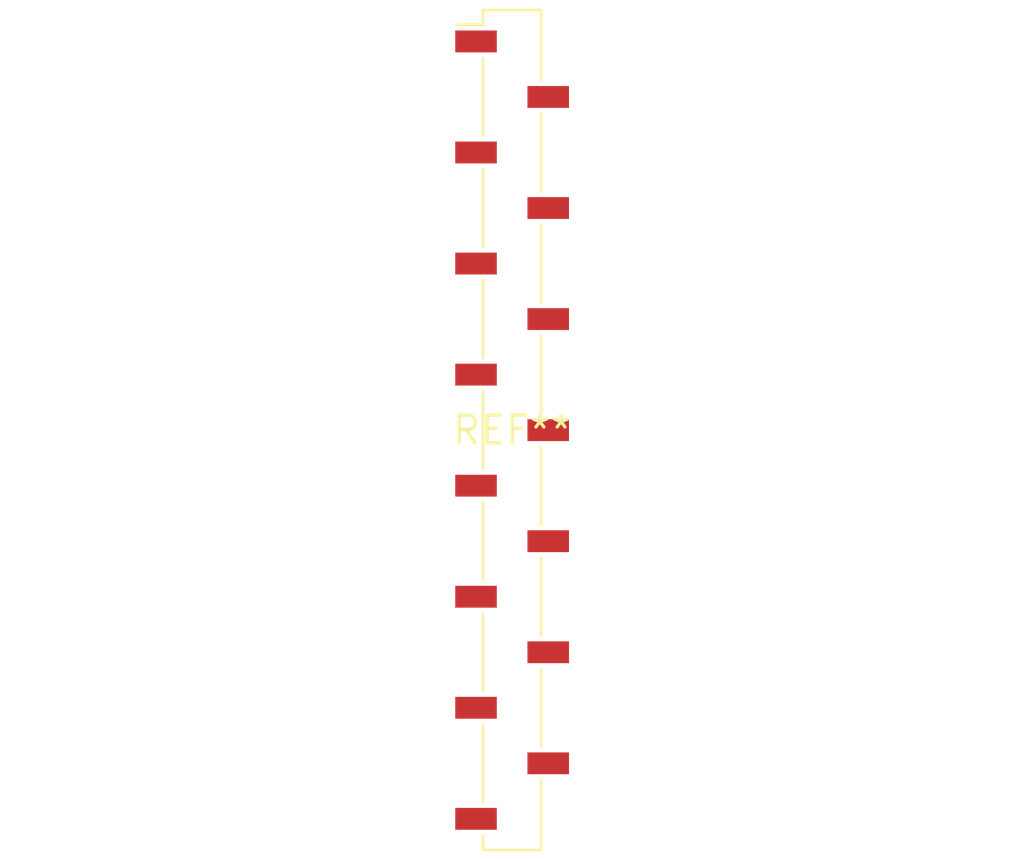
<source format=kicad_pcb>
(kicad_pcb (version 20240108) (generator pcbnew)
  (layers (0 "F.Cu" signal) (31 "B.Cu" signal) (34 "B.Paste" user) (35 "F.Paste" user) (36 "B.SilkS" user "B.Silkscreen") (37 "F.SilkS" user "F.Silkscreen") (38 "B.Mask" user) (39 "F.Mask" user) (44 "Edge.Cuts" user))
  (net 0 "")
  (footprint "PinSocket_1x15_P2.54mm_Vertical_SMD_Pin1Left" (layer "F.Cu") (at 0 0)
    (property "Reference" "REF**")
    (property "Value" "PinSocket_1x15_P2.54mm_Vertical_SMD_Pin1Left")
    (fp_line (start -2.54 -18.54) (end -1.33 -18.54) (layer "F.SilkS") (stroke (width 0.12)))
    (fp_line (start -1.33 -19.21) (end -1.33 -18.54) (layer "F.SilkS") (stroke (width 0.12)))
    (fp_line (start -1.33 -19.21) (end 1.33 -19.21) (layer "F.SilkS") (stroke (width 0.12)))
    (fp_line (start -1.33 -17.02) (end -1.33 -13.46) (layer "F.SilkS") (stroke (width 0.12)))
    (fp_line (start -1.33 -11.94) (end -1.33 -8.38) (layer "F.SilkS") (stroke (width 0.12)))
    (fp_line (start -1.33 -6.86) (end -1.33 -3.3) (layer "F.SilkS") (stroke (width 0.12)))
    (fp_line (start -1.33 -1.78) (end -1.33 1.78) (layer "F.SilkS") (stroke (width 0.12)))
    (fp_line (start -1.33 3.3) (end -1.33 6.86) (layer "F.SilkS") (stroke (width 0.12)))
    (fp_line (start -1.33 8.38) (end -1.33 11.94) (layer "F.SilkS") (stroke (width 0.12)))
    (fp_line (start -1.33 13.46) (end -1.33 17.02) (layer "F.SilkS") (stroke (width 0.12)))
    (fp_line (start -1.33 18.54) (end -1.33 19.21) (layer "F.SilkS") (stroke (width 0.12)))
    (fp_line (start -1.33 19.21) (end 1.33 19.21) (layer "F.SilkS") (stroke (width 0.12)))
    (fp_line (start 1.33 -19.21) (end 1.33 -16) (layer "F.SilkS") (stroke (width 0.12)))
    (fp_line (start 1.33 -14.48) (end 1.33 -10.92) (layer "F.SilkS") (stroke (width 0.12)))
    (fp_line (start 1.33 -9.4) (end 1.33 -5.84) (layer "F.SilkS") (stroke (width 0.12)))
    (fp_line (start 1.33 -4.32) (end 1.33 -0.76) (layer "F.SilkS") (stroke (width 0.12)))
    (fp_line (start 1.33 0.76) (end 1.33 4.32) (layer "F.SilkS") (stroke (width 0.12)))
    (fp_line (start 1.33 5.84) (end 1.33 9.4) (layer "F.SilkS") (stroke (width 0.12)))
    (fp_line (start 1.33 10.92) (end 1.33 14.48) (layer "F.SilkS") (stroke (width 0.12)))
    (fp_line (start 1.33 16) (end 1.33 19.21) (layer "F.SilkS") (stroke (width 0.12)))
    (pad "1" smd rect (at -1.65 -17.78) (size 1.9 1) (layers "F.Cu" "F.Paste" "F.Mask"))
    (pad "2" smd rect (at 1.65 -15.24) (size 1.9 1) (layers "F.Cu" "F.Paste" "F.Mask"))
    (pad "3" smd rect (at -1.65 -12.7) (size 1.9 1) (layers "F.Cu" "F.Paste" "F.Mask"))
    (pad "4" smd rect (at 1.65 -10.16) (size 1.9 1) (layers "F.Cu" "F.Paste" "F.Mask"))
    (pad "5" smd rect (at -1.65 -7.62) (size 1.9 1) (layers "F.Cu" "F.Paste" "F.Mask"))
    (pad "6" smd rect (at 1.65 -5.08) (size 1.9 1) (layers "F.Cu" "F.Paste" "F.Mask"))
    (pad "7" smd rect (at -1.65 -2.54) (size 1.9 1) (layers "F.Cu" "F.Paste" "F.Mask"))
    (pad "8" smd rect (at 1.65 0) (size 1.9 1) (layers "F.Cu" "F.Paste" "F.Mask"))
    (pad "9" smd rect (at -1.65 2.54) (size 1.9 1) (layers "F.Cu" "F.Paste" "F.Mask"))
    (pad "10" smd rect (at 1.65 5.08) (size 1.9 1) (layers "F.Cu" "F.Paste" "F.Mask"))
    (pad "11" smd rect (at -1.65 7.62) (size 1.9 1) (layers "F.Cu" "F.Paste" "F.Mask"))
    (pad "12" smd rect (at 1.65 10.16) (size 1.9 1) (layers "F.Cu" "F.Paste" "F.Mask"))
    (pad "13" smd rect (at -1.65 12.7) (size 1.9 1) (layers "F.Cu" "F.Paste" "F.Mask"))
    (pad "14" smd rect (at 1.65 15.24) (size 1.9 1) (layers "F.Cu" "F.Paste" "F.Mask"))
    (pad "15" smd rect (at -1.65 17.78) (size 1.9 1) (layers "F.Cu" "F.Paste" "F.Mask"))
  )
)
</source>
